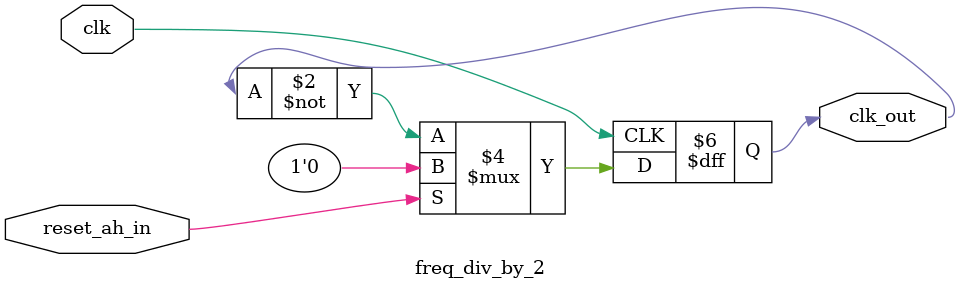
<source format=v>
module freq_div_by_2(clk, reset_ah_in, clk_out);

input clk, reset_ah_in;
output reg clk_out;

always@(posedge clk) 
	if (reset_ah_in)
		clk_out <= 0;
	else 
		clk_out <= ~clk_out;
endmodule
</source>
